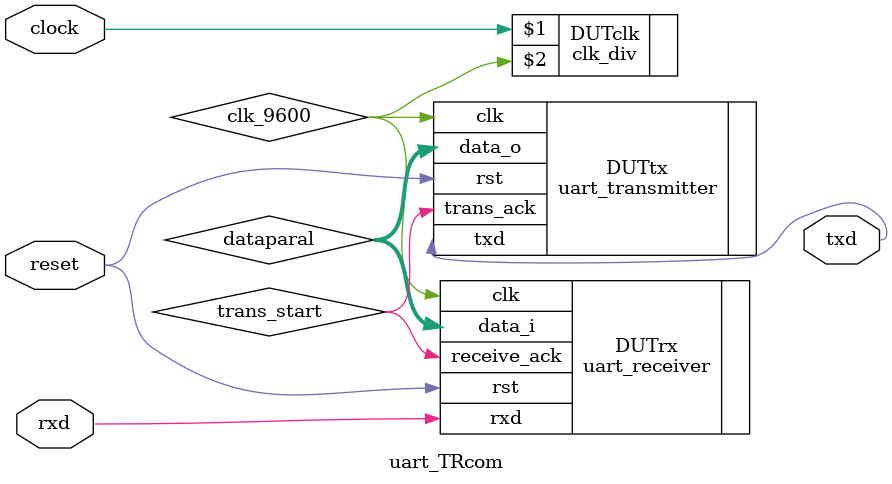
<source format=v>
	module uart_TRcom(
	input wire reset, clock,
	input rxd,
	output txd
);
	wire trans_start;
	wire[7:0] dataparal;
	wire clk_9600;
	uart_receiver
DUTrx (.rxd(rxd), .rst(reset), .clk(clk_9600), .data_i(dataparal), .receive_ack(trans_start));
	uart_transmitter
DUTtx (.data_o (dataparal), .rst(reset), .trans_ack(trans_start), .clk(clk_9600), .txd(txd));
clk_div DUTclk (clock, clk_9600);
	endmodule
</source>
